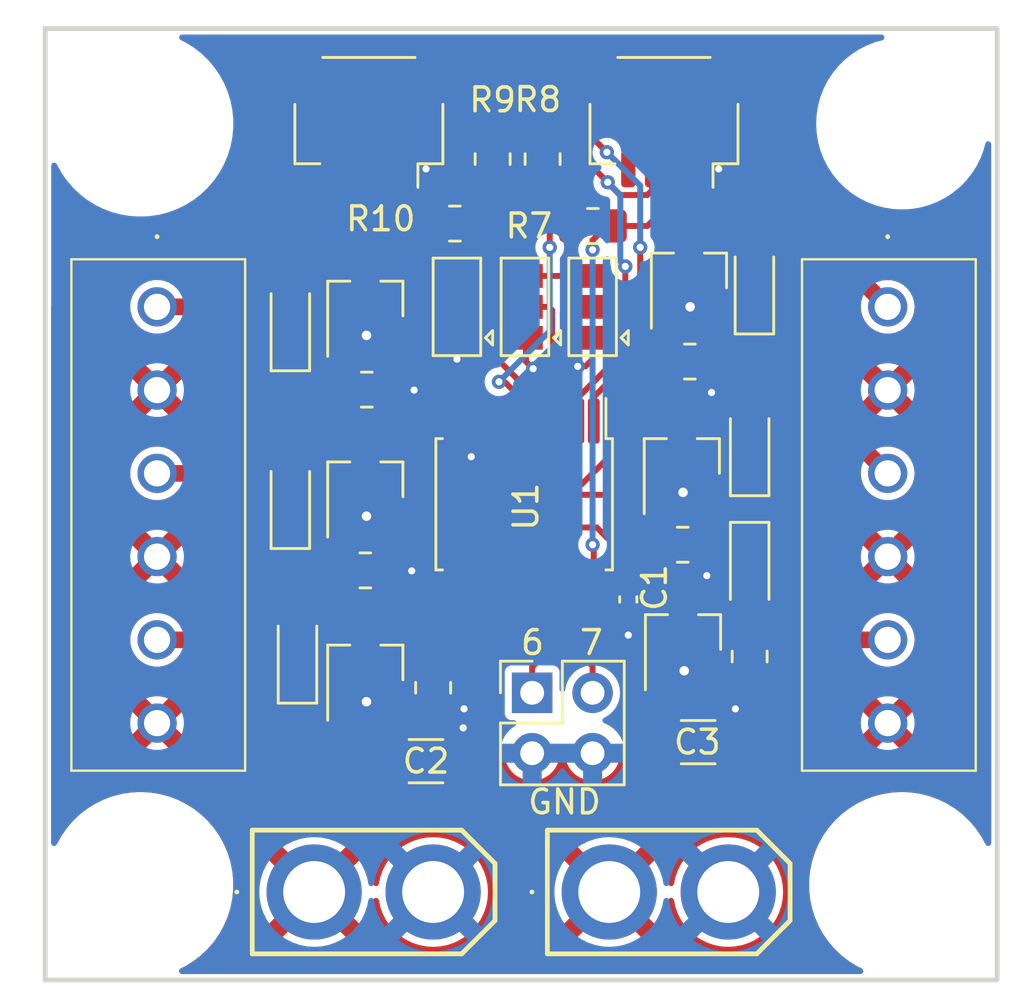
<source format=kicad_pcb>
(kicad_pcb (version 20221018) (generator pcbnew)
  (layers (0 "F.Cu" signal) (31 "B.Cu" signal) (34 "B.Paste" user) (35 "F.Paste" user) (36 "B.SilkS" user "B.Silkscreen") (37 "F.SilkS" user "F.Silkscreen") (38 "B.Mask" user) (39 "F.Mask" user) (44 "Edge.Cuts" user))
  (net 0 "")
  (net 1 "VCCQ")
  (net 2 "Net-(D1-A)")
  (net 3 "GND")
  (net 4 "+3.3V")
  (net 5 "/I2C SDA")
  (net 6 "/I2C SCL")
  (net 7 "Net-(D3-A)")
  (net 12 "Net-(D2-A)")
  (net 13 "/GPIO1")
  (net 14 "/GPIO0")
  (net 15 "/GPIO2")
  (net 16 "/GPIO3")
  (net 17 "/GPIO4")
  (net 18 "/GPIO5")
  (net 19 "Net-(D4-A)")
  (net 20 "Net-(D5-A)")
  (net 21 "Net-(D6-A)")
  (net 22 "Net-(U1-~{RESET})")
  (net 23 "Net-(JP1-C)")
  (net 24 "Net-(JP1-B)")
  (net 25 "/A1")
  (net 26 "/A2")
  (net 27 "Net-(J8-Pin_1)")
  (net 28 "Net-(J8-Pin_2)")
  (footprint "Diode_SMD:D_MicroSMP_AK" (layer "F.Cu") (at 94.8 75.7 90)
    (fp_text reference "D3" hide)
    (fp_text value "MSS2P3")
    (pad "1" smd rect (at -0.88 0 90) (size 2 1.1) (layers "F.Cu" "F.Paste" "F.Mask") (net 1 "VCCQ"))
    (pad "2" smd rect (at 1.02 0 90) (size 0.8 0.8) (layers "F.Cu" "F.Paste" "F.Mask") (net 7 "Net-(D3-A)"))
  )
  (footprint "MountingHole:MountingHole_3.2mm_M3" (layer "F.Cu") (at 69 69)
    (fp_text reference "H2" hide)
    (fp_text value "MountingHole")
    (pad "" np_thru_hole circle (at 0 0) (size 3.2 3.2) (drill 3.2) (layers "*.Cu" "*.Mask"))
  )
  (footprint "MiAM:1751280" (layer "F.Cu") (at 100.4 76.7 -90)
    (fp_text reference "J5" hide)
    (fp_text value "1751280" hide)
    (pad "1" thru_hole circle (at 0 0 270) (size 1.65 1.65) (drill 1.1) (layers "*.Cu" "*.Mask") (net 7 "Net-(D3-A)"))
    (pad "2" thru_hole circle (at 3.5 0 270) (size 1.65 1.65) (drill 1.1) (layers "*.Cu" "*.Mask") (net 1 "VCCQ"))
    (pad "3" thru_hole circle (at 7 0 270) (size 1.65 1.65) (drill 1.1) (layers "*.Cu" "*.Mask") (net 2 "Net-(D1-A)"))
    (pad "4" thru_hole circle (at 10.5 0 270) (size 1.65 1.65) (drill 1.1) (layers "*.Cu" "*.Mask") (net 1 "VCCQ"))
    (pad "5" thru_hole circle (at 14 0 270) (size 1.65 1.65) (drill 1.1) (layers "*.Cu" "*.Mask") (net 12 "Net-(D2-A)"))
    (pad "6" thru_hole circle (at 17.5 0 270) (size 1.65 1.65) (drill 1.1) (layers "*.Cu" "*.Mask") (net 1 "VCCQ"))
  )
  (footprint "Package_TO_SOT_SMD:SOT-23_Handsoldering" (layer "F.Cu") (at 91.8 90.4 90)
    (fp_text reference "Q2" hide)
    (fp_text value "NVTR4503NT1G")
    (pad "1" smd rect (at -1.5 -0.95 90) (size 1.9 0.8) (layers "F.Cu" "F.Paste" "F.Mask") (net 15 "/GPIO2"))
    (pad "2" smd rect (at -1.5 0.95 90) (size 1.9 0.8) (layers "F.Cu" "F.Paste" "F.Mask") (net 3 "GND"))
    (pad "3" smd rect (at 1.5 0 90) (size 1.9 0.8) (layers "F.Cu" "F.Paste" "F.Mask") (net 12 "Net-(D2-A)"))
  )
  (footprint "Diode_SMD:D_MicroSMP_AK" (layer "F.Cu") (at 75.6 91.22 90)
    (fp_text reference "D5" hide)
    (fp_text value "MSS2P3")
    (pad "1" smd rect (at -0.88 0 90) (size 2 1.1) (layers "F.Cu" "F.Paste" "F.Mask") (net 1 "VCCQ"))
    (pad "2" smd rect (at 1.02 0 90) (size 0.8 0.8) (layers "F.Cu" "F.Paste" "F.Mask") (net 20 "Net-(D5-A)"))
  )
  (footprint "Jumper:SolderJumper-3_P1.3mm_Open_Pad1.0x1.5mm" (layer "F.Cu") (at 82.3 76.7 90)
    (fp_text reference "JP1" hide)
    (fp_text value "SolderJumper_3_Open")
    (pad "1" smd rect (at -1.3 0 90) (size 1 1.5) (layers "F.Cu" "F.Mask") (net 3 "GND"))
    (pad "2" smd rect (at 0 0 90) (size 1 1.5) (layers "F.Cu" "F.Mask") (net 23 "Net-(JP1-C)"))
    (pad "3" smd rect (at 1.3 0 90) (size 1 1.5) (layers "F.Cu" "F.Mask") (net 24 "Net-(JP1-B)"))
  )
  (footprint "Resistor_SMD:R_0805_2012Metric" (layer "F.Cu") (at 82.2125 73.2 180)
    (fp_text reference "R10" (at 3.1125 0.2) (layer "F.SilkS"))
    (fp_text value "10k")
    (pad "1" smd roundrect (at -0.9125 0 180) (size 1.025 1.4) (layers "F.Cu" "F.Paste" "F.Mask") (roundrect_rratio 0.243902439) (net 24 "Net-(JP1-B)"))
    (pad "2" smd roundrect (at 0.9125 0 180) (size 1.025 1.4) (layers "F.Cu" "F.Paste" "F.Mask") (roundrect_rratio 0.243902439) (net 4 "+3.3V"))
  )
  (footprint "Resistor_SMD:R_0805_2012Metric" (layer "F.Cu") (at 94.6 91.4 90)
    (fp_text reference "R2" hide)
    (fp_text value "10k")
    (pad "1" smd roundrect (at -0.9125 0 90) (size 1.025 1.4) (layers "F.Cu" "F.Paste" "F.Mask") (roundrect_rratio 0.243902439) (net 3 "GND"))
    (pad "2" smd roundrect (at 0.9125 0 90) (size 1.025 1.4) (layers "F.Cu" "F.Paste" "F.Mask") (roundrect_rratio 0.243902439) (net 15 "/GPIO2"))
  )
  (footprint "MiAM:1751280" (layer "F.Cu") (at 69.7 76.7 -90)
    (fp_text reference "J6" hide)
    (fp_text value "1751280" hide)
    (pad "1" thru_hole circle (at 0 0 270) (size 1.65 1.65) (drill 1.1) (layers "*.Cu" "*.Mask") (net 21 "Net-(D6-A)"))
    (pad "2" thru_hole circle (at 3.5 0 270) (size 1.65 1.65) (drill 1.1) (layers "*.Cu" "*.Mask") (net 1 "VCCQ"))
    (pad "3" thru_hole circle (at 7 0 270) (size 1.65 1.65) (drill 1.1) (layers "*.Cu" "*.Mask") (net 19 "Net-(D4-A)"))
    (pad "4" thru_hole circle (at 10.5 0 270) (size 1.65 1.65) (drill 1.1) (layers "*.Cu" "*.Mask") (net 1 "VCCQ"))
    (pad "5" thru_hole circle (at 14 0 270) (size 1.65 1.65) (drill 1.1) (layers "*.Cu" "*.Mask") (net 20 "Net-(D5-A)"))
    (pad "6" thru_hole circle (at 17.5 0 270) (size 1.65 1.65) (drill 1.1) (layers "*.Cu" "*.Mask") (net 1 "VCCQ"))
  )
  (footprint "MountingHole:MountingHole_3.2mm_M3" (layer "F.Cu") (at 69 101)
    (fp_text reference "H3" hide)
    (fp_text value "MountingHole")
    (pad "" np_thru_hole circle (at 0 0) (size 3.2 3.2) (drill 3.2) (layers "F&B.Cu" "*.Mask") (clearance 2.3))
  )
  (footprint "Connector_JST:JST_SH_SM04B-SRSS-TB_1x04-1MP_P1.00mm_Horizontal" (layer "F.Cu") (at 78.6 68.9 180)
    (fp_text reference "J3" hide)
    (fp_text value "Conn_01x04_Male")
    (pad "1" smd roundrect (at -1.5 -2 180) (size 0.6 1.55) (layers "F.Cu" "F.Paste" "F.Mask") (net 3 "GND"))
    (pad "2" smd roundrect (at -0.5 -2 180) (size 0.6 1.55) (layers "F.Cu" "F.Paste" "F.Mask") (net 4 "+3.3V"))
    (pad "3" smd roundrect (at 0.5 -2 180) (size 0.6 1.55) (layers "F.Cu" "F.Paste" "F.Mask") (net 5 "/I2C SDA"))
    (pad "4" smd roundrect (at 1.5 -2 180) (size 0.6 1.55) (layers "F.Cu" "F.Paste" "F.Mask") (net 6 "/I2C SCL"))
    (pad "MP" smd roundrect (at -2.8 1.875 180) (size 1.2 1.8) (layers "F.Cu" "F.Paste" "F.Mask") (roundrect_rratio 0.2083333333))
    (pad "MP" smd roundrect (at 2.8 1.875 180) (size 1.2 1.8) (layers "F.Cu" "F.Paste" "F.Mask") (roundrect_rratio 0.2083333333))
  )
  (footprint "MiAM:XT30UM" (layer "F.Cu") (at 88.7 101.3)
    (fp_text reference "J4" hide)
    (fp_text value "Conn_01x02_Male" hide)
    (pad "1" thru_hole circle (at 0 0) (size 4 4) (drill 2.6) (layers "*.Cu" "*.Mask") (net 1 "VCCQ"))
    (pad "2" thru_hole circle (at 5 0) (size 4 4) (drill 2.6) (layers "*.Cu" "*.Mask") (net 3 "GND"))
  )
  (footprint "Capacitor_SMD:C_1206_3216Metric_Pad1.33x1.80mm_HandSolder" (layer "F.Cu") (at 92.4375 95)
    (fp_text reference "C3" (at -0.0375 0) (layer "F.SilkS"))
    (fp_text value "10uF")
    (pad "1" smd roundrect (at -1.5625 0) (size 1.325 1.8) (layers "F.Cu" "F.Paste" "F.Mask") (roundrect_rratio 0.1886792453) (net 1 "VCCQ"))
    (pad "2" smd roundrect (at 1.5625 0) (size 1.325 1.8) (layers "F.Cu" "F.Paste" "F.Mask") (roundrect_rratio 0.1886792453) (net 3 "GND"))
  )
  (footprint "MiAM:XT30UM" (layer "F.Cu") (at 76.3 101.3)
    (fp_text reference "J1" hide)
    (fp_text value "Conn_01x02_Male" hide)
    (pad "1" thru_hole circle (at 0 0) (size 4 4) (drill 2.6) (layers "*.Cu" "*.Mask") (net 1 "VCCQ"))
    (pad "2" thru_hole circle (at 5 0) (size 4 4) (drill 2.6) (layers "*.Cu" "*.Mask") (net 3 "GND"))
  )
  (footprint "Resistor_SMD:R_0805_2012Metric" (layer "F.Cu") (at 83.8 70.4875 -90)
    (fp_text reference "R9" (at -2.4875 0 -180) (layer "F.SilkS"))
    (fp_text value "5k")
    (pad "1" smd roundrect (at -0.9125 0 270) (size 1.025 1.4) (layers "F.Cu" "F.Paste" "F.Mask") (roundrect_rratio 0.243902439) (net 5 "/I2C SDA"))
    (pad "2" smd roundrect (at 0.9125 0 270) (size 1.025 1.4) (layers "F.Cu" "F.Paste" "F.Mask") (roundrect_rratio 0.243902439) (net 4 "+3.3V"))
  )
  (footprint "Connector_PinHeader_2.54mm:PinHeader_2x02_P2.54mm_Vertical" (layer "F.Cu") (at 85.46 92.925)
    (fp_text reference "J8" hide)
    (fp_text value "Conn_02x02_Counter_Clockwise")
    (pad "1" thru_hole rect (at 0 0) (size 1.7 1.7) (drill 1) (layers "*.Cu" "*.Mask") (net 27 "Net-(J8-Pin_1)"))
    (pad "2" thru_hole oval (at 2.54 0) (size 1.7 1.7) (drill 1) (layers "*.Cu" "*.Mask") (net 28 "Net-(J8-Pin_2)"))
    (pad "3" thru_hole oval (at 0 2.54) (size 1.7 1.7) (drill 1) (layers "*.Cu" "*.Mask") (net 3 "GND"))
    (pad "4" thru_hole oval (at 2.54 2.54) (size 1.7 1.7) (drill 1) (layers "*.Cu" "*.Mask") (net 3 "GND"))
  )
  (footprint "Resistor_SMD:R_0805_2012Metric" (layer "F.Cu") (at 81.3 92.7125 90)
    (fp_text reference "R5" hide)
    (fp_text value "10k")
    (pad "1" smd roundrect (at -0.9125 0 90) (size 1.025 1.4) (layers "F.Cu" "F.Paste" "F.Mask") (roundrect_rratio 0.243902439) (net 3 "GND"))
    (pad "2" smd roundrect (at 0.9125 0 90) (size 1.025 1.4) (layers "F.Cu" "F.Paste" "F.Mask") (roundrect_rratio 0.243902439) (net 18 "/GPIO5"))
  )
  (footprint "Diode_SMD:D_MicroSMP_AK" (layer "F.Cu") (at 75.3 77.2475 90)
    (fp_text reference "D6" hide)
    (fp_text value "MSS2P3")
    (pad "1" smd rect (at -0.88 0 90) (size 2 1.1) (layers "F.Cu" "F.Paste" "F.Mask") (net 1 "VCCQ"))
    (pad "2" smd rect (at 1.02 0 90) (size 0.8 0.8) (layers "F.Cu" "F.Paste" "F.Mask") (net 21 "Net-(D6-A)"))
  )
  (footprint "Resistor_SMD:R_0805_2012Metric" (layer "F.Cu") (at 85.9 70.4875 -90)
    (fp_text reference "R8" (at -2.5 0.2 -180) (layer "F.SilkS"))
    (fp_text value "5k")
    (pad "1" smd roundrect (at -0.9125 0 270) (size 1.025 1.4) (layers "F.Cu" "F.Paste" "F.Mask") (roundrect_rratio 0.243902439) (net 6 "/I2C SCL"))
    (pad "2" smd roundrect (at 0.9125 0 270) (size 1.025 1.4) (layers "F.Cu" "F.Paste" "F.Mask") (roundrect_rratio 0.243902439) (net 4 "+3.3V"))
  )
  (footprint "Package_SO:SSOP-20_5.3x7.2mm_P0.65mm" (layer "F.Cu") (at 85.125 85 -90)
    (fp_text reference "U1" (at 0.1 -0.075 90) (layer "F.SilkS"))
    (fp_text value "MCP23008-xSS")
    (pad "1" smd roundrect (at -3.5 -2.925 270) (size 1.9 0.5) (layers "F.Cu" "F.Paste" "F.Mask") (net 6 "/I2C SCL"))
    (pad "2" smd roundrect (at -3.5 -2.275 270) (size 1.9 0.5) (layers "F.Cu" "F.Paste" "F.Mask") (net 5 "/I2C SDA"))
    (pad "3" smd roundrect (at -3.5 -1.625 270) (size 1.9 0.5) (layers "F.Cu" "F.Paste" "F.Mask") (net 26 "/A2"))
    (pad "4" smd roundrect (at -3.5 -0.975 270) (size 1.9 0.5) (layers "F.Cu" "F.Paste" "F.Mask") (net 25 "/A1"))
    (pad "5" smd roundrect (at -3.5 -0.325 270) (size 1.9 0.5) (layers "F.Cu" "F.Paste" "F.Mask") (net 23 "Net-(JP1-C)"))
    (pad "6" smd roundrect (at -3.5 0.325 270) (size 1.9 0.5) (layers "F.Cu" "F.Paste" "F.Mask") (net 22 "Net-(U1-~{RESET})"))
    (pad "7" smd roundrect (at -3.5 0.975 270) (size 1.9 0.5) (layers "F.Cu" "F.Paste" "F.Mask"))
    (pad "8" smd roundrect (at -3.5 1.625 270) (size 1.9 0.5) (layers "F.Cu" "F.Paste" "F.Mask"))
    (pad "9" smd roundrect (at -3.5 2.275 270) (size 1.9 0.5) (layers "F.Cu" "F.Paste" "F.Mask") (net 3 "GND"))
    (pad "10" smd roundrect (at -3.5 2.925 270) (size 1.9 0.5) (layers "F.Cu" "F.Paste" "F.Mask"))
    (pad "11" smd roundrect (at 3.5 2.925 270) (size 1.9 0.5) (layers "F.Cu" "F.Paste" "F.Mask"))
    (pad "12" smd roundrect (at 3.5 2.275 270) (size 1.9 0.5) (layers "F.Cu" "F.Paste" "F.Mask") (net 14 "/GPIO0"))
    (pad "13" smd roundrect (at 3.5 1.625 270) (size 1.9 0.5) (layers "F.Cu" "F.Paste" "F.Mask") (net 13 "/GPIO1"))
    (pad "14" smd roundrect (at 3.5 0.975 270) (size 1.9 0.5) (layers "F.Cu" "F.Paste" "F.Mask") (net 15 "/GPIO2"))
    (pad "15" smd roundrect (at 3.5 0.325 270) (size 1.9 0.5) (layers "F.Cu" "F.Paste" "F.Mask") (net 16 "/GPIO3"))
    (pad "16" smd roundrect (at 3.5 -0.325 270) (size 1.9 0.5) (layers "F.Cu" "F.Paste" "F.Mask") (net 17 "/GPIO4"))
    (pad "17" smd roundrect (at 3.5 -0.975 270) (size 1.9 0.5) (layers "F.Cu" "F.Paste" "F.Mask") (net 18 "/GPIO5"))
    (pad "18" smd roundrect (at 3.5 -1.625 270) (size 1.9 0.5) (layers "F.Cu" "F.Paste" "F.Mask") (net 27 "Net-(J8-Pin_1)"))
    (pad "19" smd roundrect (at 3.5 -2.275 270) (size 1.9 0.5) (layers "F.Cu" "F.Paste" "F.Mask") (net 28 "Net-(J8-Pin_2)"))
    (pad "20" smd roundrect (at 3.5 -2.925 270) (size 1.9 0.5) (layers "F.Cu" "F.Paste" "F.Mask") (net 4 "+3.3V"))
  )
  (footprint "Capacitor_SMD:C_1206_3216Metric_Pad1.33x1.80mm_HandSolder" (layer "F.Cu") (at 81 95.8)
    (fp_text reference "C2" (at 0 0) (layer "F.SilkS"))
    (fp_text value "10uF")
    (pad "1" smd roundrect (at -1.5625 0) (size 1.325 1.8) (layers "F.Cu" "F.Paste" "F.Mask") (roundrect_rratio 0.1886792453) (net 1 "VCCQ"))
    (pad "2" smd roundrect (at 1.5625 0) (size 1.325 1.8) (layers "F.Cu" "F.Paste" "F.Mask") (roundrect_rratio 0.1886792453) (net 3 "GND"))
  )
  (footprint "Jumper:SolderJumper-3_P1.3mm_Open_Pad1.0x1.5mm" (layer "F.Cu") (at 88 76.7 90)
    (fp_text reference "JP3" hide)
    (fp_text value "SolderJumper_3_Open")
    (pad "1" smd rect (at -1.3 0 90) (size 1 1.5) (layers "F.Cu" "F.Mask") (net 3 "GND"))
    (pad "2" smd rect (at 0 0 90) (size 1 1.5) (layers "F.Cu" "F.Mask") (net 26 "/A2"))
    (pad "3" smd rect (at 1.3 0 90) (size 1 1.5) (layers "F.Cu" "F.Mask") (net 24 "Net-(JP1-B)"))
  )
  (footprint "Connector_JST:JST_SH_SM04B-SRSS-TB_1x04-1MP_P1.00mm_Horizontal" (layer "F.Cu") (at 91 68.9 180)
    (fp_text reference "J2" hide)
    (fp_text value "Conn_01x04_Male")
    (pad "1" smd roundrect (at -1.5 -2 180) (size 0.6 1.55) (layers "F.Cu" "F.Paste" "F.Mask") (net 3 "GND"))
    (pad "2" smd roundrect (at -0.5 -2 180) (size 0.6 1.55) (layers "F.Cu" "F.Paste" "F.Mask") (net 4 "+3.3V"))
    (pad "3" smd roundrect (at 0.5 -2 180) (size 0.6 1.55) (layers "F.Cu" "F.Paste" "F.Mask") (net 5 "/I2C SDA"))
    (pad "4" smd roundrect (at 1.5 -2 180) (size 0.6 1.55) (layers "F.Cu" "F.Paste" "F.Mask") (net 6 "/I2C SCL"))
    (pad "MP" smd roundrect (at -2.8 1.875 180) (size 1.2 1.8) (layers "F.Cu" "F.Paste" "F.Mask") (roundrect_rratio 0.2083333333))
    (pad "MP" smd roundrect (at 2.8 1.875 180) (size 1.2 1.8) (layers "F.Cu" "F.Paste" "F.Mask") (roundrect_rratio 0.2083333333))
  )
  (footprint "Resistor_SMD:R_0805_2012Metric" (layer "F.Cu") (at 88.0125 73.3)
    (fp_text reference "R7" (at -2.6875 0) (layer "F.SilkS"))
    (fp_text value "10k")
    (pad "1" smd roundrect (at -0.9125 0) (size 1.025 1.4) (layers "F.Cu" "F.Paste" "F.Mask") (roundrect_rratio 0.243902439) (net 22 "Net-(U1-~{RESET})"))
    (pad "2" smd roundrect (at 0.9125 0) (size 1.025 1.4) (layers "F.Cu" "F.Paste" "F.Mask") (roundrect_rratio 0.243902439) (net 4 "+3.3V"))
  )
  (footprint "Package_TO_SOT_SMD:SOT-23_Handsoldering" (layer "F.Cu") (at 91.75 83 90)
    (fp_text reference "Q1" hide)
    (fp_text value "NVTR4503NT1G")
    (pad "1" smd rect (at -1.5 -0.95 90) (size 1.9 0.8) (layers "F.Cu" "F.Paste" "F.Mask") (net 13 "/GPIO1"))
    (pad "2" smd rect (at -1.5 0.95 90) (size 1.9 0.8) (layers "F.Cu" "F.Paste" "F.Mask") (net 3 "GND"))
    (pad "3" smd rect (at 1.5 0 90) (size 1.9 0.8) (layers "F.Cu" "F.Paste" "F.Mask") (net 2 "Net-(D1-A)"))
  )
  (footprint "Resistor_SMD:R_0805_2012Metric" (layer "F.Cu") (at 78.45 87.78 180)
    (fp_text reference "R4" hide)
    (fp_text value "10k")
    (pad "1" smd roundrect (at -0.9125 0 180) (size 1.025 1.4) (layers "F.Cu" "F.Paste" "F.Mask") (roundrect_rratio 0.243902439) (net 3 "GND"))
    (pad "2" smd roundrect (at 0.9125 0 180) (size 1.025 1.4) (layers "F.Cu" "F.Paste" "F.Mask") (roundrect_rratio 0.243902439) (net 17 "/GPIO4"))
  )
  (footprint "Capacitor_SMD:C_0402_1005Metric_Pad0.74x0.62mm_HandSolder" (layer "F.Cu") (at 89.5 89 -90)
    (fp_text reference "C1" (at -0.5 -1.1 90) (layer "F.SilkS"))
    (fp_text value "100nF")
    (pad "1" smd roundrect (at -0.5675 0 270) (size 0.735 0.62) (layers "F.Cu" "F.Paste" "F.Mask") (net 4 "+3.3V"))
    (pad "2" smd roundrect (at 0.5675 0 270) (size 0.735 0.62) (layers "F.Cu" "F.Paste" "F.Mask") (net 3 "GND"))
  )
  (footprint "Package_TO_SOT_SMD:SOT-23_Handsoldering" (layer "F.Cu") (at 78.45 83.98 90)
    (fp_text reference "Q4" hide)
    (fp_text value "NVTR4503NT1G")
    (pad "1" smd rect (at -1.5 -0.95 90) (size 1.9 0.8) (layers "F.Cu" "F.Paste" "F.Mask") (net 17 "/GPIO4"))
    (pad "2" smd rect (at -1.5 0.95 90) (size 1.9 0.8) (layers "F.Cu" "F.Paste" "F.Mask") (net 3 "GND"))
    (pad "3" smd rect (at 1.5 0 90) (size 1.9 0.8) (layers "F.Cu" "F.Paste" "F.Mask") (net 19 "Net-(D4-A)"))
  )
  (footprint "Package_TO_SOT_SMD:SOT-23_Handsoldering" (layer "F.Cu") (at 78.45 76.38 90)
    (fp_text reference "Q6" hide)
    (fp_text value "NVTR4503NT1G")
    (pad "1" smd rect (at -1.5 -0.95 90) (size 1.9 0.8) (layers "F.Cu" "F.Paste" "F.Mask") (net 16 "/GPIO3"))
    (pad "2" smd rect (at -1.5 0.95 90) (size 1.9 0.8) (layers "F.Cu" "F.Paste" "F.Mask") (net 3 "GND"))
    (pad "3" smd rect (at 1.5 0 90) (size 1.9 0.8) (layers "F.Cu" "F.Paste" "F.Mask") (net 21 "Net-(D6-A)"))
  )
  (footprint "MountingHole:MountingHole_3.2mm_M3" (layer "F.Cu") (at 101 69)
    (fp_text reference "H1" hide)
    (fp_text value "MountingHole")
    (pad "" np_thru_hole circle (at 0 0) (size 3.2 3.2) (drill 3.2) (layers "F&B.Cu" "*.Mask") (clearance 2))
  )
  (footprint "Diode_SMD:D_MicroSMP_AK" (layer "F.Cu") (at 94.6 87.9 -90)
    (fp_text reference "D2" hide)
    (fp_text value "MSS2P3")
    (pad "1" smd rect (at -0.88 0 270) (size 2 1.1) (layers "F.Cu" "F.Paste" "F.Mask") (net 1 "VCCQ"))
    (pad "2" smd rect (at 1.02 0 270) (size 0.8 0.8) (layers "F.Cu" "F.Paste" "F.Mask") (net 12 "Net-(D2-A)"))
  )
  (footprint "MountingHole:MountingHole_3.2mm_M3" (layer "F.Cu") (at 101 101)
    (fp_text reference "H4" hide)
    (fp_text value "MountingHole")
    (pad "" np_thru_hole circle (at 0 0) (size 3.2 3.2) (drill 3.2) (layers "*.Cu" "*.Mask"))
  )
  (footprint "Package_TO_SOT_SMD:SOT-23_Handsoldering" (layer "F.Cu") (at 92.05 75.2 90)
    (fp_text reference "Q3" hide)
    (fp_text value "NVTR4503NT1G")
    (pad "1" smd rect (at -1.5 -0.95 90) (size 1.9 0.8) (layers "F.Cu" "F.Paste" "F.Mask") (net 14 "/GPIO0"))
    (pad "2" smd rect (at -1.5 0.95 90) (size 1.9 0.8) (layers "F.Cu" "F.Paste" "F.Mask") (net 3 "GND"))
    (pad "3" smd rect (at 1.5 0 90) (size 1.9 0.8) (layers "F.Cu" "F.Paste" "F.Mask") (net 7 "Net-(D3-A)"))
  )
  (footprint "Diode_SMD:D_MicroSMP_AK" (layer "F.Cu") (at 75.3 84.72 90)
    (fp_text reference "D4" hide)
    (fp_text value "MSS2P3")
    (pad "1" smd rect (at -0.88 0 90) (size 2 1.1) (layers "F.Cu" "F.Paste" "F.Mask") (net 1 "VCCQ"))
    (pad "2" smd rect (at 1.02 0 90) (size 0.8 0.8) (layers "F.Cu" "F.Paste" "F.Mask") (net 19 "Net-(D4-A)"))
  )
  (footprint "Jumper:SolderJumper-3_P1.3mm_Open_Pad1.0x1.5mm" (layer "F.Cu") (at 85.1575 76.7 90)
    (fp_text reference "JP2" hide)
    (fp_text value "SolderJumper_3_Open")
    (pad "1" smd rect (at -1.3 0 90) (size 1 1.5) (layers "F.Cu" "F.Mask") (net 3 "GND"))
    (pad "2" smd rect (at 0 0 90) (size 1 1.5) (layers "F.Cu" "F.Mask") (net 25 "/A1"))
    (pad "3" smd rect (at 1.3 0 90) (size 1 1.5) (layers "F.Cu" "F.Mask") (net 24 "Net-(JP1-B)"))
  )
  (footprint "Resistor_SMD:R_0805_2012Metric" (layer "F.Cu") (at 91.7875 86.7 180)
    (fp_text reference "R1" hide)
    (fp_text value "10k")
    (pad "1" smd roundrect (at -0.9125 0 180) (size 1.025 1.4) (layers "F.Cu" "F.Paste" "F.Mask") (roundrect_rratio 0.243902439) (net 3 "GND"))
    (pad "2" smd roundrect (at 0.9125 0 180) (size 1.025 1.4) (layers "F.Cu" "F.Paste" "F.Mask") (roundrect_rratio 0.243902439) (net 13 "/GPIO1"))
  )
  (footprint "Resistor_SMD:R_0805_2012Metric" (layer "F.Cu") (at 92.0875 79 180)
    (fp_text reference "R3" hide)
    (fp_text value "10k")
    (pad "1" smd roundrect (at -0.9125 0 180) (size 1.025 1.4) (layers "F.Cu" "F.Paste" "F.Mask") (roundrect_rratio 0.243902439) (net 3 "GND"))
    (pad "2" smd roundrect (at 0.9125 0 180) (size 1.025 1.4) (layers "F.Cu" "F.Paste" "F.Mask") (roundrect_rratio 0.243902439) (net 14 "/GPIO0"))
  )
  (footprint "Package_TO_SOT_SMD:SOT-23_Handsoldering" (layer "F.Cu") (at 78.45 91.68 90)
    (fp_text reference "Q5" hide)
    (fp_text value "NVTR4503NT1G")
    (pad "1" smd rect (at -1.5 -0.95 90) (size 1.9 0.8) (layers "F.Cu" "F.Paste" "F.Mask") (net 18 "/GPIO5"))
    (pad "2" smd rect (at -1.5 0.95 90) (size 1.9 0.8) (layers "F.Cu" "F.Paste" "F.Mask") (net 3 "GND"))
    (pad "3" smd rect (at 1.5 0 90) (size 1.9 0.8) (layers "F.Cu" "F.Paste" "F.Mask") (net 20 "Net-(D5-A)"))
  )
  (footprint "Diode_SMD:D_MicroSMP_AK" (layer "F.Cu") (at 94.6 82.5 90)
    (fp_text reference "D1" hide)
    (fp_text value "MSS2P3")
    (pad "1" smd rect (at -0.88 0 90) (size 2 1.1) (layers "F.Cu" "F.Paste" "F.Mask") (net 1 "VCCQ"))
    (pad "2" smd rect (at 1.02 0 90) (size 0.8 0.8) (layers "F.Cu" "F.Paste" "F.Mask") (net 2 "Net-(D1-A)"))
  )
  (footprint "Resistor_SMD:R_0805_2012Metric" (layer "F.Cu") (at 78.5125 80.18 180)
    (fp_text reference "R6" hide)
    (fp_text value "10k")
    (pad "1" smd roundrect (at -0.9125 0 180) (size 1.025 1.4) (layers "F.Cu" "F.Paste" "F.Mask") (roundrect_rratio 0.243902439) (net 3 "GND"))
    (pad "2" smd roundrect (at 0.9125 0 180) (size 1.025 1.4) (layers "F.Cu" "F.Paste" "F.Mask") (roundrect_rratio 0.243902439) (net 16 "/GPIO3"))
  )
  (gr_rect (start 65 65) (end 105 105) (stroke (width 0.2)) (fill none) (layer "Edge.Cuts"))
  (gr_text "6  7" (at 84.9 91.4) (layer "F.SilkS") (effects (font (size 1 1)) (justify left bottom)))
  (gr_text "GND" (at 85.2 98.1) (layer "F.SilkS") (effects (font (size 1 1)) (justify left bottom)))
  (segment (start 100.4 93.9) (end 100.4 94.2) (width 0.6) (layer "F.Cu") (net 1))
  (segment (start 100.4 83.7) (end 98.2 81.5) (width 0.7) (layer "F.Cu") (net 2))
  (segment (start 98.2 81.5) (end 91.75 81.5) (width 0.7) (layer "F.Cu") (net 2))
  (segment (start 94 93.6) (end 94.6 93) (width 0.25) (layer "F.Cu") (net 3))
  (segment (start 79.45 93.3) (end 78.5 93.3) (width 0.6) (layer "F.Cu") (net 3))
  (segment (start 79.445 80.2) (end 79.425 80.18) (width 0.25) (layer "F.Cu") (net 3))
  (segment (start 82.9 81.55) (end 82.85 81.5) (width 0.25) (layer "F.Cu") (net 3))
  (segment (start 93.025 76.7) (end 92.100002 76.7) (width 0.6) (layer "F.Cu") (net 3))
  (segment (start 79.5 77.9) (end 78.5 77.9) (width 0.6) (layer "F.Cu") (net 3))
  (segment (start 94.6 93) (end 94.6 92.3125) (width 0.25) (layer "F.Cu") (net 3))
  (segment (start 82.9 83) (end 82.9 81.55) (width 0.25) (layer "F.Cu") (net 3))
  (segment (start 87.375 79.2) (end 87.7 79.2) (width 0.25) (layer "F.Cu") (net 3))
  (segment (start 79.4 85.48) (end 79.38 85.5) (width 0.6) (layer "F.Cu") (net 3))
  (segment (start 89.5 90.5) (end 89.5 89.6) (width 0.25) (layer "F.Cu") (net 3))
  (segment (start 80.5 80.2) (end 79.445 80.2) (width 0.25) (layer "F.Cu") (net 3))
  (segment (start 85.2 79.000001) (end 85.2 78.1) (width 0.25) (layer "F.Cu") (net 3))
  (segment (start 82.5625 94.7) (end 82.5625 96.1) (width 0.25) (layer "F.Cu") (net 3))
  (segment (start 80.4 87.8) (end 79.4 87.8) (width 0.25) (layer "F.Cu") (net 3))
  (segment (start 92.75 92) (end 91.850002 92) (width 0.6) (layer "F.Cu") (net 3))
  (segment (start 94 93.6) (end 94 95.1) (width 0.25) (layer "F.Cu") (net 3))
  (segment (start 93.3 70.9) (end 92.5 70.9) (width 0.25) (layer "F.Cu") (net 3))
  (segment (start 81 70.9) (end 80.1 70.9) (width 0.25) (layer "F.Cu") (net 3))
  (segment (start 88 78.9) (end 88 78) (width 0.25) (layer "F.Cu") (net 3))
  (segment (start 82.3 78.9) (end 82.3 78) (width 0.25) (layer "F.Cu") (net 3))
  (segment (start 92.75 84.5) (end 91.8 84.5) (width 0.6) (layer "F.Cu") (net 3))
  (segment (start 92.7 87.9) (end 92.7 86.7) (width 0.25) (layer "F.Cu") (net 3))
  (segment (start 87.7 79.2) (end 88 78.9) (width 0.25) (layer "F.Cu") (net 3))
  (segment (start 93 80.3) (end 93 79) (width 0.25) (layer "F.Cu") (net 3))
  (segment (start 79.38 85.5) (end 78.500002 85.5) (width 0.6) (layer "F.Cu") (net 3))
  (segment (start 82.6 93.6) (end 82.575 93.625) (width 0.25) (layer "F.Cu") (net 3))
  (segment (start 92.8 88) (end 92.7 87.9) (width 0.25) (layer "F.Cu") (net 3))
  (segment (start 82.575 93.625) (end 81.3 93.625) (width 0.25) (layer "F.Cu") (net 3))
  (segment (start 85.500833 79.300834) (end 85.2 79.000001) (width 0.25) (layer "F.Cu") (net 3))
  (via (at 80.5 80.2) (size 0.6) (drill 0.3) (layers "F.Cu" "B.Cu") (net 3))
  (via (at 82.5625 94.4) (size 0.6) (drill 0.3) (layers "F.Cu" "B.Cu") (net 3))
  (via (at 91.8 84.5) (size 0.8) (drill 0.4) (layers "F.Cu" "B.Cu") (net 3))
  (via (at 92.8 88) (size 0.6) (drill 0.3) (layers "F.Cu" "B.Cu") (net 3))
  (via (at 92.100002 76.7) (size 0.8) (drill 0.4) (layers "F.Cu" "B.Cu") (net 3))
  (via (at 78.500002 85.5) (size 0.8) (drill 0.4) (layers "F.Cu" "B.Cu") (net 3))
  (via (at 87.375 79.2) (size 0.6) (drill 0.3) (layers "F.Cu" "B.Cu") (net 3))
  (via (at 89.5 90.5) (size 0.6) (drill 0.3) (layers "F.Cu" "B.Cu") (net 3))
  (via (at 85.500833 79.300834) (size 0.6) (drill 0.3) (layers "F.Cu" "B.Cu") (net 3))
  (via (at 78.5 93.3) (size 0.8) (drill 0.4) (layers "F.Cu" "B.Cu") (net 3))
  (via (at 91.850002 92) (size 0.8) (drill 0.4) (layers "F.Cu" "B.Cu") (net 3))
  (via (at 82.9 83) (size 0.6) (drill 0.3) (layers "F.Cu" "B.Cu") (net 3))
  (via (at 93 80.3) (size 0.6) (drill 0.3) (layers "F.Cu" "B.Cu") (net 3))
  (via (at 93.3 70.9) (size 0.6) (drill 0.3) (layers "F.Cu" "B.Cu") (net 3))
  (via (at 82.3 78.9) (size 0.6) (drill 0.3) (layers "F.Cu" "B.Cu") (net 3))
  (via (at 81 70.9) (size 0.6) (drill 0.3) (layers "F.Cu" "B.Cu") (net 3))
  (via (at 80.4 87.8) (size 0.6) (drill 0.3) (layers "F.Cu" "B.Cu") (net 3))
  (via (at 78.5 77.9) (size 0.8) (drill 0.4) (layers "F.Cu" "B.Cu") (net 3))
  (via (at 82.6 93.6) (size 0.6) (drill 0.3) (layers "F.Cu" "B.Cu") (net 3))
  (via (at 94 93.6) (size 0.6) (drill 0.3) (layers "F.Cu" "B.Cu") (net 3))
  (segment (start 86.7326 71.4) (end 88.6326 73.3) (width 0.25) (layer "F.Cu") (net 4))
  (segment (start 88.925 73.3) (end 90.3 73.3) (width 0.25) (layer "F.Cu") (net 4))
  (segment (start 89.5 88.4325) (end 88.1175 88.4325) (width 0.25) (layer "F.Cu") (net 4))
  (segment (start 88.05 88.5) (end 88.05 86.75) (width 0.25) (layer "F.Cu") (net 4))
  (segment (start 88.1175 88.4325) (end 88.05 88.5) (width 0.25) (layer "F.Cu") (net 4))
  (segment (start 91.5 72.1) (end 91.5 70.9) (width 0.25) (layer "F.Cu") (net 4))
  (segment (start 88.6326 73.3) (end 88.925 73.3) (width 0.25) (layer "F.Cu") (net 4))
  (segment (start 88.05 86.75) (end 88 86.7) (width 0.25) (layer "F.Cu") (net 4))
  (segment (start 82.2875 72.0125) (end 82.2875 72.8125) (width 0.25) (layer "F.Cu") (net 4))
  (segment (start 79.1 72) (end 79.1 70.9) (width 0.25) (layer "F.Cu") (net 4))
  (segment (start 80.3 73.2) (end 79.1 72) (width 0.25) (layer "F.Cu") (net 4))
  (segment (start 82.9 71.4) (end 82.2875 72.0125) (width 0.25) (layer "F.Cu") (net 4))
  (segment (start 88.6 73.3) (end 88.925 73.3) (width 0.25) (layer "F.Cu") (net 4))
  (segment (start 88 73.9) (end 88.6 73.3) (width 0.25) (layer "F.Cu") (net 4))
  (segment (start 85.9 71.4) (end 86.7326 71.4) (width 0.25) (layer "F.Cu") (net 4))
  (segment (start 81.3 73.2) (end 80.3 73.2) (width 0.25) (layer "F.Cu") (net 4))
  (segment (start 85.9 71.4) (end 83.8 71.4) (width 0.25) (layer "F.Cu") (net 4))
  (segment (start 83.8 71.4) (end 82.9 71.4) (width 0.25) (layer "F.Cu") (net 4))
  (segment (start 81.9 73.2) (end 81.3 73.2) (width 0.25) (layer "F.Cu") (net 4))
  (segment (start 82.2875 72.8125) (end 81.9 73.2) (width 0.25) (layer "F.Cu") (net 4))
  (segment (start 90.3 73.3) (end 91.5 72.1) (width 0.25) (layer "F.Cu") (net 4))
  (segment (start 88 74.3) (end 88 73.9) (width 0.25) (layer "F.Cu") (net 4))
  (via (at 88 74.3) (size 0.6) (drill 0.3) (layers "F.Cu" "B.Cu") (net 4))
  (via (at 88 86.7) (size 0.6) (drill 0.3) (layers "F.Cu" "B.Cu") (net 4))
  (segment (start 88 74.3) (end 88 86.7) (width 0.25) (layer "B.Cu") (net 4))
  (segment (start 88.637046 71.487954) (end 89.149092 72) (width 0.25) (layer "F.Cu") (net 5))
  (segment (start 89.149092 72) (end 90.3 72) (width 0.25) (layer "F.Cu") (net 5))
  (segment (start 83.8 70.2) (end 84.1 70.5) (width 0.25) (layer "F.Cu") (net 5))
  (segment (start 89.375 78.525) (end 89.375 75) (width 0.25) (layer "F.Cu") (net 5))
  (segment (start 90.3 72) (end 90.5 71.8) (width 0.25) (layer "F.Cu") (net 5))
  (segment (start 78.1 69.9) (end 78.425 69.575) (width 0.25) (layer "F.Cu") (net 5))
  (segment (start 88.637046 71.462954) (end 88.637046 71.487954) (width 0.25) (layer "F.Cu") (net 5))
  (segment (start 90.5 71.8) (end 90.5 70.9) (width 0.25) (layer "F.Cu") (net 5))
  (segment (start 87.4 80.5) (end 89.375 78.525) (width 0.25) (layer "F.Cu") (net 5))
  (segment (start 84.1 70.5) (end 87.674092 70.5) (width 0.25) (layer "F.Cu") (net 5))
  (segment (start 83.8 69.575) (end 83.8 70.2) (width 0.25) (layer "F.Cu") (net 5))
  (segment (start 78.1 70.9) (end 78.1 69.9) (width 0.25) (layer "F.Cu") (net 5))
  (segment (start 87.4 81.3) (end 87.4 80.5) (width 0.25) (layer "F.Cu") (net 5))
  (segment (start 78.425 69.575) (end 83.8 69.575) (width 0.25) (layer "F.Cu") (net 5))
  (segment (start 87.674092 70.5) (end 88.637046 71.462954) (width 0.25) (layer "F.Cu") (net 5))
  (via (at 89.375 75) (size 0.6) (drill 0.3) (layers "F.Cu" "B.Cu") (net 5))
  (via (at 88.637046 71.462954) (size 0.6) (drill 0.3) (layers "F.Cu" "B.Cu") (net 5))
  (segment (start 89.164713 71.990621) (end 88.637046 71.462954) (width 0.25) (layer "B.Cu") (net 5))
  (segment (start 89.375 75) (end 89.164713 74.789713) (width 0.25) (layer "B.Cu") (net 5))
  (segment (start 89.164713 74.789713) (end 89.164713 71.990621) (width 0.25) (layer "B.Cu") (net 5))
  (segment (start 87.975 69.575) (end 85.9 69.575) (width 0.25) (layer "F.Cu") (net 6))
  (segment (start 88.6 70.2) (end 89.275 70.875) (width 0.25) (layer "F.Cu") (net 6))
  (segment (start 85.6375 68.7375) (end 78.1625 68.7375) (width 0.25) (layer "F.Cu") (net 6))
  (segment (start 88.05 80.486396) (end 88.05 81.5) (width 0.25) (layer "F.Cu") (net 6))
  (segment (start 85.9 69) (end 85.6375 68.7375) (width 0.25) (layer "F.Cu") (net 6))
  (segment (start 78.1625 68.7375) (end 77.1 69.8) (width 0.25) (layer "F.Cu") (net 6))
  (segment (start 90 78.536396) (end 88.05 80.486396) (width 0.25) (layer "F.Cu") (net 6))
  (segment (start 88.6 70.2) (end 87.975 69.575) (width 0.25) (layer "F.Cu") (net 6))
  (segment (start 90 74.198691) (end 90 78.536396) (width 0.25) (layer "F.Cu") (net 6))
  (segment (start 89.275 70.875) (end 89.5 70.875) (width 0.25) (layer "F.Cu") (net 6))
  (segment (start 85.9 69.575) (end 85.9 69) (width 0.25) (layer "F.Cu") (net 6))
  (segment (start 77.1 69.8) (end 77.1 70.9) (width 0.25) (layer "F.Cu") (net 6))
  (segment (start 88.05 81.3) (end 88.05 81.5) (width 0.25) (layer "F.Cu") (net 6))
  (via (at 90 74.198691) (size 0.6) (drill 0.3) (layers "F.Cu" "B.Cu") (net 6))
  (via (at 88.6 70.2) (size 0.6) (drill 0.3) (layers "F.Cu" "B.Cu") (net 6))
  (segment (start 90 71.6) (end 90 74.198691) (width 0.25) (layer "B.Cu") (net 6))
  (segment (start 88.6 70.2) (end 90 71.6) (width 0.25) (layer "B.Cu") (net 6))
  (segment (start 94.8 74.68) (end 98.38 74.68) (width 0.7) (layer "F.Cu") (net 7))
  (segment (start 98.38 74.68) (end 100.4 76.7) (width 0.7) (layer "F.Cu") (net 7))
  (segment (start 94.8 74.68) (end 93.68 74.68) (width 0.7) (layer "F.Cu") (net 7))
  (segment (start 92.7 73.7) (end 92.05 73.7) (width 0.7) (layer "F.Cu") (net 7))
  (segment (start 93.68 74.68) (end 92.7 73.7) (width 0.7) (layer "F.Cu") (net 7))
  (segment (start 96.2 88.9) (end 98 90.7) (width 0.7) (layer "F.Cu") (net 12))
  (segment (start 98 90.7) (end 100.4 90.7) (width 0.7) (layer "F.Cu") (net 12))
  (segment (start 91.8 88.9) (end 96.2 88.9) (width 0.7) (layer "F.Cu") (net 12))
  (segment (start 83.5 88.5) (end 83.5 86.550001) (width 0.25) (layer "F.Cu") (net 13))
  (segment (start 85.450001 84.6) (end 90.8 84.6) (width 0.25) (layer "F.Cu") (net 13))
  (segment (start 90.875 84.575) (end 90.8 84.5) (width 0.25) (layer "F.Cu") (net 13))
  (segment (start 83.5 86.550001) (end 85.450001 84.6) (width 0.25) (layer "F.Cu") (net 13))
  (segment (start 90.875 86.7) (end 90.875 84.575) (width 0.25) (layer "F.Cu") (net 13))
  (segment (start 82.85 88.5) (end 82.85 86.550001) (width 0.25) (layer "F.Cu") (net 14))
  (segment (start 91.025 80.675) (end 91.025 79.15) (width 0.25) (layer "F.Cu") (net 14))
  (segment (start 82.85 86.550001) (end 85.250001 84.15) (width 0.25) (layer "F.Cu") (net 14))
  (segment (start 91.175 79) (end 91.175 76.775) (width 0.25) (layer "F.Cu") (net 14))
  (segment (start 91.025 79.15) (end 91.175 79) (width 0.25) (layer "F.Cu") (net 14))
  (segment (start 91.175 76.775) (end 91.1 76.7) (width 0.25) (layer "F.Cu") (net 14))
  (segment (start 85.250001 84.15) (end 87.55 84.15) (width 0.25) (layer "F.Cu") (net 14))
  (segment (start 87.55 84.15) (end 91.025 80.675) (width 0.25) (layer "F.Cu") (net 14))
  (segment (start 84.725001 85.975) (end 88.175 85.975) (width 0.25) (layer "F.Cu") (net 15))
  (segment (start 88.175 85.975) (end 90.85 88.65) (width 0.25) (layer "F.Cu") (net 15))
  (segment (start 90.8625 90.4875) (end 90.85 90.5) (width 0.25) (layer "F.Cu") (net 15))
  (segment (start 90.85 90.5) (end 90.85 92.3) (width 0.25) (layer "F.Cu") (net 15))
  (segment (start 90.85 88.65) (end 90.85 90.5) (width 0.25) (layer "F.Cu") (net 15))
  (segment (start 84.15 86.550001) (end 84.725001 85.975) (width 0.25) (layer "F.Cu") (net 15))
  (segment (start 94.6 90.4875) (end 90.8625 90.4875) (width 0.25) (layer "F.Cu") (net 15))
  (segment (start 84.15 88.5) (end 84.15 86.550001) (width 0.25) (layer "F.Cu") (net 15))
  (segment (start 77.905 81.205) (end 77.6 80.9) (width 0.25) (layer "F.Cu") (net 16))
  (segment (start 77.6 80.9) (end 77.6 80.18) (width 0.25) (layer "F.Cu") (net 16))
  (segment (start 79.6 81.205) (end 77.905 81.205) (width 0.25) (layer "F.Cu") (net 16))
  (segment (start 77.5 80.08) (end 77.6 80.18) (width 0.25) (layer "F.Cu") (net 16))
  (segment (start 84.263604 90.2) (end 81.9 90.2) (width 0.25) (layer "F.Cu") (net 16))
  (segment (start 81.9 90.2) (end 81.1 89.4) (width 0.25) (layer "F.Cu") (net 16))
  (segment (start 81.1 89.4) (end 81.1 82.705) (width 0.25) (layer "F.Cu") (net 16))
  (segment (start 84.8 88.5) (end 84.8 89.663604) (width 0.25) (layer "F.Cu") (net 16))
  (segment (start 77.5 77.88) (end 77.5 80.08) (width 0.25) (layer "F.Cu") (net 16))
  (segment (start 84.8 89.663604) (end 84.263604 90.2) (width 0.25) (layer "F.Cu") (net 16))
  (segment (start 81.1 82.705) (end 79.6 81.205) (width 0.25) (layer "F.Cu") (net 16))
  (segment (start 77.5375 85.5175) (end 77.5 85.48) (width 0.25) (layer "F.Cu") (net 17))
  (segment (start 85.45 89.65) (end 84.4 90.7) (width 0.25) (layer "F.Cu") (net 17))
  (segment (start 84.4 90.7) (end 80.8 90.7) (width 0.25) (layer "F.Cu") (net 17))
  (segment (start 80.8 90.7) (end 79.005 88.905) (width 0.25) (layer "F.Cu") (net 17))
  (segment (start 85.45 88.5) (end 85.45 89.65) (width 0.25) (layer "F.Cu") (net 17))
  (segment (start 77.5375 87.78) (end 77.5375 85.5175) (width 0.25) (layer "F.Cu") (net 17))
  (segment (start 79.005 88.905) (end 77.805 88.905) (width 0.25) (layer "F.Cu") (net 17))
  (segment (start 77.805 88.905) (end 77.5375 88.6375) (width 0.25) (layer "F.Cu") (net 17))
  (segment (start 77.5375 88.6375) (end 77.5375 87.78) (width 0.25) (layer "F.Cu") (net 17))
  (segment (start 78.88 91.8) (end 81.3 91.8) (width 0.25) (layer "F.Cu") (net 18))
  (segment (start 77.5 93.18) (end 78.88 91.8) (width 0.25) (layer "F.Cu") (net 18))
  (segment (start 86.1 89.7) (end 84 91.8) (width 0.25) (layer "F.Cu") (net 18))
  (segment (start 84 91.8) (end 81.3 91.8) (width 0.25) (layer "F.Cu") (net 18))
  (segment (start 86.1 88.5) (end 86.1 89.7) (width 0.25) (layer "F.Cu") (net 18))
  (segment (start 78.45 82.48) (end 77.72 82.48) (width 0.7) (layer "F.Cu") (net 19))
  (segment (start 76.5 83.7) (end 69.7 83.7) (width 0.7) (layer "F.Cu") (net 19))
  (segment (start 77.72 82.48) (end 76.5 83.7) (width 0.7) (layer "F.Cu") (net 19))
  (segment (start 69.7 90.7) (end 73.9 90.7) (width 0.7) (layer "F.Cu") (net 20))
  (segment (start 73.9 90.7) (end 74.42 90.18) (width 0.7) (layer "F.Cu") (net 20))
  (segment (start 74.42 90.18) (end 78.45 90.18) (width 0.7) (layer "F.Cu") (net 20))
  (segment (start 73 76.2) (end 76.3 76.2) (width 0.7) (layer "F.Cu") (net 21))
  (segment (start 69.7 76.7) (end 72.5 76.7) (width 0.7) (layer "F.Cu") (net 21))
  (segment (start 76.3 76.2) (end 77.62 74.88) (width 0.7) (layer "F.Cu") (net 21))
  (segment (start 72.5 76.7) (end 73 76.2) (width 0.7) (layer "F.Cu") (net 21))
  (segment (start 77.62 74.88) (end 78.45 74.88) (width 0.7) (layer "F.Cu") (net 21))
  (segment (start 84.8 80.350001) (end 84.241942 79.791943) (width 0.25) (layer "F.Cu") (net 22))
  (segment (start 86.2 73.6) (end 86.5 73.3) (width 0.25) (layer "F.Cu") (net 22))
  (segment (start 84.12584 79.791943) (end 84.066949 79.850834) (width 0.25) (layer "F.Cu") (net 22))
  (segment (start 84.8 81.3) (end 84.8 80.350001) (width 0.25) (layer "F.Cu") (net 22))
  (segment (start 84.241942 79.791943) (end 84.12584 79.791943) (width 0.25) (layer "F.Cu") (net 22))
  (segment (start 86.5 73.3) (end 87.1 73.3) (width 0.25) (layer "F.Cu") (net 22))
  (segment (start 86.2 74.2) (end 86.2 73.6) (width 0.25) (layer "F.Cu") (net 22))
  (via (at 86.2 74.2) (size 0.6) (drill 0.3) (layers "F.Cu" "B.Cu") (net 22))
  (via (at 84.066949 79.850834) (size 0.6) (drill 0.3) (layers "F.Cu" "B.Cu") (net 22))
  (segment (start 86.2 77.717783) (end 84.066949 79.850834) (width 0.25) (layer "B.Cu") (net 22))
  (segment (start 86.2 74.2) (end 86.2 77.717783) (width 0.25) (layer "B.Cu") (net 22))
  (segment (start 83.799999 78.7) (end 83.799999 77.599999) (width 0.25) (layer "F.Cu") (net 23))
  (segment (start 85.45 81.3) (end 85.45 80.350001) (width 0.25) (layer "F.Cu") (net 23))
  (segment (start 82.9 76.7) (end 82.3 76.7) (width 0.25) (layer "F.Cu") (net 23))
  (segment (start 83.799999 77.599999) (end 82.9 76.7) (width 0.25) (layer "F.Cu") (net 23))
  (segment (start 85.45 80.350001) (end 83.799999 78.7) (width 0.25) (layer "F.Cu") (net 23))
  (segment (start 85.1575 75.4) (end 82.3 75.4) (width 0.25) (layer "F.Cu") (net 24))
  (segment (start 83.125 73.2) (end 83.125 73.675) (width 0.25) (layer "F.Cu") (net 24))
  (segment (start 82.3 74.5) (end 82.3 75.4) (width 0.25) (layer "F.Cu") (net 24))
  (segment (start 83.125 73.675) (end 82.3 74.5) (width 0.25) (layer "F.Cu") (net 24))
  (segment (start 88 75.4) (end 85.1575 75.4) (width 0.25) (layer "F.Cu") (net 24))
  (segment (start 86.3 79.9) (end 86.1 80.1) (width 0.25) (layer "F.Cu") (net 25))
  (segment (start 86.1575 76.7) (end 86.3 76.8425) (width 0.25) (layer "F.Cu") (net 25))
  (segment (start 86.1 80.1) (end 86.1 81.5) (width 0.25) (layer "F.Cu") (net 25))
  (segment (start 86.3 76.8425) (end 86.3 79.9) (width 0.25) (layer "F.Cu") (net 25))
  (segment (start 85.1575 76.7) (end 86.1575 76.7) (width 0.25) (layer "F.Cu") (net 25))
  (segment (start 87 76.7) (end 88 76.7) (width 0.25) (layer "F.Cu") (net 26))
  (segment (start 86.75 81.3) (end 86.75 76.95) (width 0.25) (layer "F.Cu") (net 26))
  (segment (start 86.75 76.95) (end 87 76.7) (width 0.25) (layer "F.Cu") (net 26))
  (segment (start 85.46 91.84) (end 85.46 92.925) (width 0.25) (layer "F.Cu") (net 27))
  (segment (start 86.75 88.5) (end 86.75 90.55) (width 0.25) (layer "F.Cu") (net 27))
  (segment (start 86.75 90.55) (end 85.46 91.84) (width 0.25) (layer "F.Cu") (net 27))
  (segment (start 87.4 88.5) (end 87.4 91.2) (width 0.25) (layer "F.Cu") (net 28))
  (segment (start 87.4 91.2) (end 88 91.8) (width 0.25) (layer "F.Cu") (net 28))
  (segment (start 88 91.8) (end 88 92.925) (width 0.25) (layer "F.Cu") (net 28))
  (zone (net 1) (net_name "VCCQ") (layer "F.Cu") (connect_pads (clearance 0.3)) (min_thickness 0.25) (fill yes (thermal_gap 0.5) (thermal_bridge_width 0.8))
    (polygon (pts (xy 93.6 75) (xy 93.6 93.8) (xy 89.8 93.8) (xy 89.8 95.4) (xy 83.2 95.4) (xy 83.2 91.2) (xy 79 91.2) (xy 79 76.6) (xy 63.5 76.6) (xy 63.7 105.4) (xy 106.1 105.4) (xy 105.5 75)))
  )
  (zone (net 3) (net_name "GND") (layer "B.Cu") (connect_pads (clearance 0.3)) (min_thickness 0.25) (fill yes (thermal_gap 0.5) (thermal_bridge_width 0.8))
    (polygon (pts (xy 63.1 64) (xy 63.1 105.2) (xy 105.5 105.2) (xy 105.5 63.8)))
  )
)
</source>
